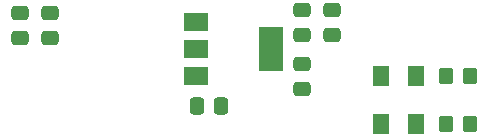
<source format=gbr>
%TF.GenerationSoftware,KiCad,Pcbnew,(6.0.2)*%
%TF.CreationDate,2024-05-20T16:03:31-05:00*%
%TF.ProjectId,Motorized-Commutator-Tx-PCB,4d6f746f-7269-47a6-9564-2d436f6d6d75,rev?*%
%TF.SameCoordinates,Original*%
%TF.FileFunction,Paste,Top*%
%TF.FilePolarity,Positive*%
%FSLAX46Y46*%
G04 Gerber Fmt 4.6, Leading zero omitted, Abs format (unit mm)*
G04 Created by KiCad (PCBNEW (6.0.2)) date 2024-05-20 16:03:31*
%MOMM*%
%LPD*%
G01*
G04 APERTURE LIST*
G04 Aperture macros list*
%AMRoundRect*
0 Rectangle with rounded corners*
0 $1 Rounding radius*
0 $2 $3 $4 $5 $6 $7 $8 $9 X,Y pos of 4 corners*
0 Add a 4 corners polygon primitive as box body*
4,1,4,$2,$3,$4,$5,$6,$7,$8,$9,$2,$3,0*
0 Add four circle primitives for the rounded corners*
1,1,$1+$1,$2,$3*
1,1,$1+$1,$4,$5*
1,1,$1+$1,$6,$7*
1,1,$1+$1,$8,$9*
0 Add four rect primitives between the rounded corners*
20,1,$1+$1,$2,$3,$4,$5,0*
20,1,$1+$1,$4,$5,$6,$7,0*
20,1,$1+$1,$6,$7,$8,$9,0*
20,1,$1+$1,$8,$9,$2,$3,0*%
G04 Aperture macros list end*
%ADD10RoundRect,0.250001X0.462499X0.624999X-0.462499X0.624999X-0.462499X-0.624999X0.462499X-0.624999X0*%
%ADD11R,2.000000X1.500000*%
%ADD12R,2.000000X3.800000*%
%ADD13RoundRect,0.250000X-0.337500X-0.475000X0.337500X-0.475000X0.337500X0.475000X-0.337500X0.475000X0*%
%ADD14RoundRect,0.250000X0.475000X-0.337500X0.475000X0.337500X-0.475000X0.337500X-0.475000X-0.337500X0*%
%ADD15RoundRect,0.250000X-0.475000X0.337500X-0.475000X-0.337500X0.475000X-0.337500X0.475000X0.337500X0*%
%ADD16RoundRect,0.250000X-0.350000X-0.450000X0.350000X-0.450000X0.350000X0.450000X-0.350000X0.450000X0*%
G04 APERTURE END LIST*
D10*
%TO.C,D1*%
X163031500Y-110744000D03*
X160056500Y-110744000D03*
%TD*%
D11*
%TO.C,U3*%
X144460000Y-106150000D03*
X144460000Y-108450000D03*
D12*
X150760000Y-108450000D03*
D11*
X144460000Y-110750000D03*
%TD*%
D13*
%TO.C,C2*%
X144504500Y-113284000D03*
X146579500Y-113284000D03*
%TD*%
D14*
%TO.C,C6*%
X153416000Y-107209500D03*
X153416000Y-105134500D03*
%TD*%
D15*
%TO.C,C4*%
X153416000Y-109706500D03*
X153416000Y-111781500D03*
%TD*%
D10*
%TO.C,D2*%
X163031500Y-114808000D03*
X160056500Y-114808000D03*
%TD*%
D15*
%TO.C,C1*%
X129540000Y-105388500D03*
X129540000Y-107463500D03*
%TD*%
D14*
%TO.C,C3*%
X155956000Y-107209500D03*
X155956000Y-105134500D03*
%TD*%
D16*
%TO.C,R2*%
X165624000Y-114808000D03*
X167624000Y-114808000D03*
%TD*%
%TO.C,R1*%
X165624000Y-110744000D03*
X167624000Y-110744000D03*
%TD*%
D15*
%TO.C,C5*%
X132080000Y-105410000D03*
X132080000Y-107485000D03*
%TD*%
M02*

</source>
